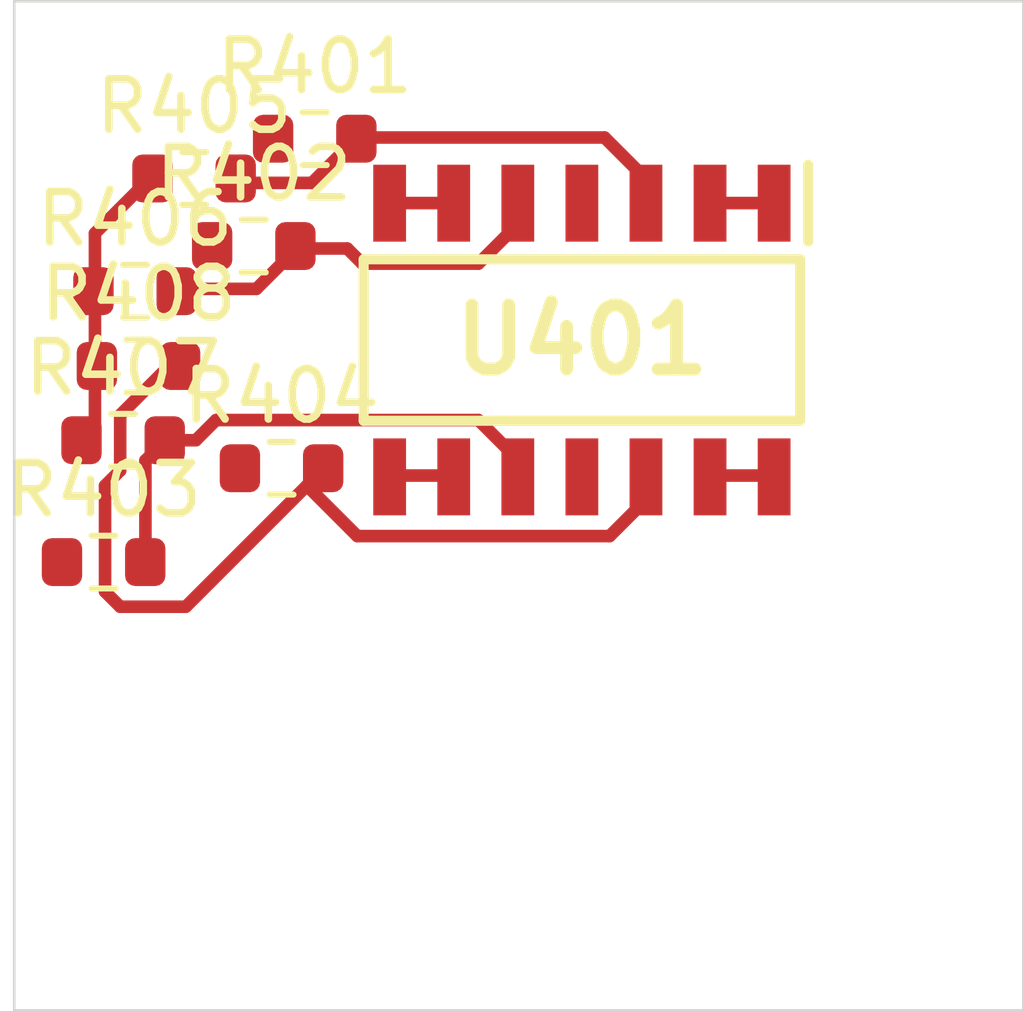
<source format=kicad_pcb>
 ( kicad_pcb  ( version 20171130 )
 ( host pcbnew 5.1.12-84ad8e8a86~92~ubuntu18.04.1 )
 ( general  ( thickness 1.6 )
 ( drawings 4 )
 ( tracks 0 )
 ( zones 0 )
 ( modules 9 )
 ( nets 14 )
)
 ( page A4 )
 ( layers  ( 0 F.Cu signal )
 ( 31 B.Cu signal )
 ( 32 B.Adhes user )
 ( 33 F.Adhes user )
 ( 34 B.Paste user )
 ( 35 F.Paste user )
 ( 36 B.SilkS user )
 ( 37 F.SilkS user )
 ( 38 B.Mask user )
 ( 39 F.Mask user )
 ( 40 Dwgs.User user )
 ( 41 Cmts.User user )
 ( 42 Eco1.User user )
 ( 43 Eco2.User user )
 ( 44 Edge.Cuts user )
 ( 45 Margin user )
 ( 46 B.CrtYd user )
 ( 47 F.CrtYd user )
 ( 48 B.Fab user )
 ( 49 F.Fab user )
)
 ( setup  ( last_trace_width 0.25 )
 ( trace_clearance 0.2 )
 ( zone_clearance 0.508 )
 ( zone_45_only no )
 ( trace_min 0.2 )
 ( via_size 0.8 )
 ( via_drill 0.4 )
 ( via_min_size 0.4 )
 ( via_min_drill 0.3 )
 ( uvia_size 0.3 )
 ( uvia_drill 0.1 )
 ( uvias_allowed no )
 ( uvia_min_size 0.2 )
 ( uvia_min_drill 0.1 )
 ( edge_width 0.05 )
 ( segment_width 0.2 )
 ( pcb_text_width 0.3 )
 ( pcb_text_size 1.5 1.5 )
 ( mod_edge_width 0.12 )
 ( mod_text_size 1 1 )
 ( mod_text_width 0.15 )
 ( pad_size 1.524 1.524 )
 ( pad_drill 0.762 )
 ( pad_to_mask_clearance 0 )
 ( aux_axis_origin 0 0 )
 ( visible_elements FFFFFF7F )
 ( pcbplotparams  ( layerselection 0x010fc_ffffffff )
 ( usegerberextensions false )
 ( usegerberattributes true )
 ( usegerberadvancedattributes true )
 ( creategerberjobfile true )
 ( excludeedgelayer true )
 ( linewidth 0.100000 )
 ( plotframeref false )
 ( viasonmask false )
 ( mode 1 )
 ( useauxorigin false )
 ( hpglpennumber 1 )
 ( hpglpenspeed 20 )
 ( hpglpendiameter 15.000000 )
 ( psnegative false )
 ( psa4output false )
 ( plotreference true )
 ( plotvalue true )
 ( plotinvisibletext false )
 ( padsonsilk false )
 ( subtractmaskfromsilk false )
 ( outputformat 1 )
 ( mirror false )
 ( drillshape 1 )
 ( scaleselection 1 )
 ( outputdirectory "" )
)
)
 ( net 0 "" )
 ( net 1 /Sheet6235D886/vp )
 ( net 2 /Sheet6248AD22/chn0 )
 ( net 3 /Sheet6248AD22/chn1 )
 ( net 4 /Sheet6248AD22/chn2 )
 ( net 5 /Sheet6248AD22/chn3 )
 ( net 6 "Net-(R401-Pad2)" )
 ( net 7 "Net-(R402-Pad2)" )
 ( net 8 "Net-(R403-Pad2)" )
 ( net 9 "Net-(R404-Pad2)" )
 ( net 10 /Sheet6248AD22/chn0_n )
 ( net 11 /Sheet6248AD22/chn1_n )
 ( net 12 /Sheet6248AD22/chn2_n )
 ( net 13 /Sheet6248AD22/chn3_n )
 ( net_class Default "This is the default net class."  ( clearance 0.2 )
 ( trace_width 0.25 )
 ( via_dia 0.8 )
 ( via_drill 0.4 )
 ( uvia_dia 0.3 )
 ( uvia_drill 0.1 )
 ( add_net /Sheet6235D886/vp )
 ( add_net /Sheet6248AD22/chn0 )
 ( add_net /Sheet6248AD22/chn0_n )
 ( add_net /Sheet6248AD22/chn1 )
 ( add_net /Sheet6248AD22/chn1_n )
 ( add_net /Sheet6248AD22/chn2 )
 ( add_net /Sheet6248AD22/chn2_n )
 ( add_net /Sheet6248AD22/chn3 )
 ( add_net /Sheet6248AD22/chn3_n )
 ( add_net "Net-(R401-Pad2)" )
 ( add_net "Net-(R402-Pad2)" )
 ( add_net "Net-(R403-Pad2)" )
 ( add_net "Net-(R404-Pad2)" )
)
 ( module Resistor_SMD:R_0603_1608Metric  ( layer F.Cu )
 ( tedit 5F68FEEE )
 ( tstamp 623425C8 )
 ( at 85.955900 102.724000 )
 ( descr "Resistor SMD 0603 (1608 Metric), square (rectangular) end terminal, IPC_7351 nominal, (Body size source: IPC-SM-782 page 72, https://www.pcb-3d.com/wordpress/wp-content/uploads/ipc-sm-782a_amendment_1_and_2.pdf), generated with kicad-footprint-generator" )
 ( tags resistor )
 ( path /6248AD23/6249ADFD )
 ( attr smd )
 ( fp_text reference R401  ( at 0 -1.43 )
 ( layer F.SilkS )
 ( effects  ( font  ( size 1 1 )
 ( thickness 0.15 )
)
)
)
 ( fp_text value 10M  ( at 0 1.43 )
 ( layer F.Fab )
 ( effects  ( font  ( size 1 1 )
 ( thickness 0.15 )
)
)
)
 ( fp_line  ( start -0.8 0.4125 )
 ( end -0.8 -0.4125 )
 ( layer F.Fab )
 ( width 0.1 )
)
 ( fp_line  ( start -0.8 -0.4125 )
 ( end 0.8 -0.4125 )
 ( layer F.Fab )
 ( width 0.1 )
)
 ( fp_line  ( start 0.8 -0.4125 )
 ( end 0.8 0.4125 )
 ( layer F.Fab )
 ( width 0.1 )
)
 ( fp_line  ( start 0.8 0.4125 )
 ( end -0.8 0.4125 )
 ( layer F.Fab )
 ( width 0.1 )
)
 ( fp_line  ( start -0.237258 -0.5225 )
 ( end 0.237258 -0.5225 )
 ( layer F.SilkS )
 ( width 0.12 )
)
 ( fp_line  ( start -0.237258 0.5225 )
 ( end 0.237258 0.5225 )
 ( layer F.SilkS )
 ( width 0.12 )
)
 ( fp_line  ( start -1.48 0.73 )
 ( end -1.48 -0.73 )
 ( layer F.CrtYd )
 ( width 0.05 )
)
 ( fp_line  ( start -1.48 -0.73 )
 ( end 1.48 -0.73 )
 ( layer F.CrtYd )
 ( width 0.05 )
)
 ( fp_line  ( start 1.48 -0.73 )
 ( end 1.48 0.73 )
 ( layer F.CrtYd )
 ( width 0.05 )
)
 ( fp_line  ( start 1.48 0.73 )
 ( end -1.48 0.73 )
 ( layer F.CrtYd )
 ( width 0.05 )
)
 ( fp_text user %R  ( at 0 0 )
 ( layer F.Fab )
 ( effects  ( font  ( size 0.4 0.4 )
 ( thickness 0.06 )
)
)
)
 ( pad 2 smd roundrect  ( at 0.825 0 )
 ( size 0.8 0.95 )
 ( layers F.Cu F.Mask F.Paste )
 ( roundrect_rratio 0.25 )
 ( net 6 "Net-(R401-Pad2)" )
)
 ( pad 1 smd roundrect  ( at -0.825 0 )
 ( size 0.8 0.95 )
 ( layers F.Cu F.Mask F.Paste )
 ( roundrect_rratio 0.25 )
 ( net 10 /Sheet6248AD22/chn0_n )
)
 ( model ${KISYS3DMOD}/Resistor_SMD.3dshapes/R_0603_1608Metric.wrl  ( at  ( xyz 0 0 0 )
)
 ( scale  ( xyz 1 1 1 )
)
 ( rotate  ( xyz 0 0 0 )
)
)
)
 ( module Resistor_SMD:R_0603_1608Metric  ( layer F.Cu )
 ( tedit 5F68FEEE )
 ( tstamp 623425D9 )
 ( at 84.747800 104.851000 )
 ( descr "Resistor SMD 0603 (1608 Metric), square (rectangular) end terminal, IPC_7351 nominal, (Body size source: IPC-SM-782 page 72, https://www.pcb-3d.com/wordpress/wp-content/uploads/ipc-sm-782a_amendment_1_and_2.pdf), generated with kicad-footprint-generator" )
 ( tags resistor )
 ( path /6248AD23/6249B75E )
 ( attr smd )
 ( fp_text reference R402  ( at 0 -1.43 )
 ( layer F.SilkS )
 ( effects  ( font  ( size 1 1 )
 ( thickness 0.15 )
)
)
)
 ( fp_text value 10M  ( at 0 1.43 )
 ( layer F.Fab )
 ( effects  ( font  ( size 1 1 )
 ( thickness 0.15 )
)
)
)
 ( fp_line  ( start 1.48 0.73 )
 ( end -1.48 0.73 )
 ( layer F.CrtYd )
 ( width 0.05 )
)
 ( fp_line  ( start 1.48 -0.73 )
 ( end 1.48 0.73 )
 ( layer F.CrtYd )
 ( width 0.05 )
)
 ( fp_line  ( start -1.48 -0.73 )
 ( end 1.48 -0.73 )
 ( layer F.CrtYd )
 ( width 0.05 )
)
 ( fp_line  ( start -1.48 0.73 )
 ( end -1.48 -0.73 )
 ( layer F.CrtYd )
 ( width 0.05 )
)
 ( fp_line  ( start -0.237258 0.5225 )
 ( end 0.237258 0.5225 )
 ( layer F.SilkS )
 ( width 0.12 )
)
 ( fp_line  ( start -0.237258 -0.5225 )
 ( end 0.237258 -0.5225 )
 ( layer F.SilkS )
 ( width 0.12 )
)
 ( fp_line  ( start 0.8 0.4125 )
 ( end -0.8 0.4125 )
 ( layer F.Fab )
 ( width 0.1 )
)
 ( fp_line  ( start 0.8 -0.4125 )
 ( end 0.8 0.4125 )
 ( layer F.Fab )
 ( width 0.1 )
)
 ( fp_line  ( start -0.8 -0.4125 )
 ( end 0.8 -0.4125 )
 ( layer F.Fab )
 ( width 0.1 )
)
 ( fp_line  ( start -0.8 0.4125 )
 ( end -0.8 -0.4125 )
 ( layer F.Fab )
 ( width 0.1 )
)
 ( fp_text user %R  ( at 0 0 )
 ( layer F.Fab )
 ( effects  ( font  ( size 0.4 0.4 )
 ( thickness 0.06 )
)
)
)
 ( pad 1 smd roundrect  ( at -0.825 0 )
 ( size 0.8 0.95 )
 ( layers F.Cu F.Mask F.Paste )
 ( roundrect_rratio 0.25 )
 ( net 11 /Sheet6248AD22/chn1_n )
)
 ( pad 2 smd roundrect  ( at 0.825 0 )
 ( size 0.8 0.95 )
 ( layers F.Cu F.Mask F.Paste )
 ( roundrect_rratio 0.25 )
 ( net 7 "Net-(R402-Pad2)" )
)
 ( model ${KISYS3DMOD}/Resistor_SMD.3dshapes/R_0603_1608Metric.wrl  ( at  ( xyz 0 0 0 )
)
 ( scale  ( xyz 1 1 1 )
)
 ( rotate  ( xyz 0 0 0 )
)
)
)
 ( module Resistor_SMD:R_0603_1608Metric  ( layer F.Cu )
 ( tedit 5F68FEEE )
 ( tstamp 623425EA )
 ( at 81.771700 111.115000 )
 ( descr "Resistor SMD 0603 (1608 Metric), square (rectangular) end terminal, IPC_7351 nominal, (Body size source: IPC-SM-782 page 72, https://www.pcb-3d.com/wordpress/wp-content/uploads/ipc-sm-782a_amendment_1_and_2.pdf), generated with kicad-footprint-generator" )
 ( tags resistor )
 ( path /6248AD23/6249FB7A )
 ( attr smd )
 ( fp_text reference R403  ( at 0 -1.43 )
 ( layer F.SilkS )
 ( effects  ( font  ( size 1 1 )
 ( thickness 0.15 )
)
)
)
 ( fp_text value 10M  ( at 0 1.43 )
 ( layer F.Fab )
 ( effects  ( font  ( size 1 1 )
 ( thickness 0.15 )
)
)
)
 ( fp_line  ( start 1.48 0.73 )
 ( end -1.48 0.73 )
 ( layer F.CrtYd )
 ( width 0.05 )
)
 ( fp_line  ( start 1.48 -0.73 )
 ( end 1.48 0.73 )
 ( layer F.CrtYd )
 ( width 0.05 )
)
 ( fp_line  ( start -1.48 -0.73 )
 ( end 1.48 -0.73 )
 ( layer F.CrtYd )
 ( width 0.05 )
)
 ( fp_line  ( start -1.48 0.73 )
 ( end -1.48 -0.73 )
 ( layer F.CrtYd )
 ( width 0.05 )
)
 ( fp_line  ( start -0.237258 0.5225 )
 ( end 0.237258 0.5225 )
 ( layer F.SilkS )
 ( width 0.12 )
)
 ( fp_line  ( start -0.237258 -0.5225 )
 ( end 0.237258 -0.5225 )
 ( layer F.SilkS )
 ( width 0.12 )
)
 ( fp_line  ( start 0.8 0.4125 )
 ( end -0.8 0.4125 )
 ( layer F.Fab )
 ( width 0.1 )
)
 ( fp_line  ( start 0.8 -0.4125 )
 ( end 0.8 0.4125 )
 ( layer F.Fab )
 ( width 0.1 )
)
 ( fp_line  ( start -0.8 -0.4125 )
 ( end 0.8 -0.4125 )
 ( layer F.Fab )
 ( width 0.1 )
)
 ( fp_line  ( start -0.8 0.4125 )
 ( end -0.8 -0.4125 )
 ( layer F.Fab )
 ( width 0.1 )
)
 ( fp_text user %R  ( at 0 0 )
 ( layer F.Fab )
 ( effects  ( font  ( size 0.4 0.4 )
 ( thickness 0.06 )
)
)
)
 ( pad 1 smd roundrect  ( at -0.825 0 )
 ( size 0.8 0.95 )
 ( layers F.Cu F.Mask F.Paste )
 ( roundrect_rratio 0.25 )
 ( net 12 /Sheet6248AD22/chn2_n )
)
 ( pad 2 smd roundrect  ( at 0.825 0 )
 ( size 0.8 0.95 )
 ( layers F.Cu F.Mask F.Paste )
 ( roundrect_rratio 0.25 )
 ( net 8 "Net-(R403-Pad2)" )
)
 ( model ${KISYS3DMOD}/Resistor_SMD.3dshapes/R_0603_1608Metric.wrl  ( at  ( xyz 0 0 0 )
)
 ( scale  ( xyz 1 1 1 )
)
 ( rotate  ( xyz 0 0 0 )
)
)
)
 ( module Resistor_SMD:R_0603_1608Metric  ( layer F.Cu )
 ( tedit 5F68FEEE )
 ( tstamp 623425FB )
 ( at 85.298100 109.255000 )
 ( descr "Resistor SMD 0603 (1608 Metric), square (rectangular) end terminal, IPC_7351 nominal, (Body size source: IPC-SM-782 page 72, https://www.pcb-3d.com/wordpress/wp-content/uploads/ipc-sm-782a_amendment_1_and_2.pdf), generated with kicad-footprint-generator" )
 ( tags resistor )
 ( path /6248AD23/6249FB74 )
 ( attr smd )
 ( fp_text reference R404  ( at 0 -1.43 )
 ( layer F.SilkS )
 ( effects  ( font  ( size 1 1 )
 ( thickness 0.15 )
)
)
)
 ( fp_text value 10M  ( at 0 1.43 )
 ( layer F.Fab )
 ( effects  ( font  ( size 1 1 )
 ( thickness 0.15 )
)
)
)
 ( fp_line  ( start -0.8 0.4125 )
 ( end -0.8 -0.4125 )
 ( layer F.Fab )
 ( width 0.1 )
)
 ( fp_line  ( start -0.8 -0.4125 )
 ( end 0.8 -0.4125 )
 ( layer F.Fab )
 ( width 0.1 )
)
 ( fp_line  ( start 0.8 -0.4125 )
 ( end 0.8 0.4125 )
 ( layer F.Fab )
 ( width 0.1 )
)
 ( fp_line  ( start 0.8 0.4125 )
 ( end -0.8 0.4125 )
 ( layer F.Fab )
 ( width 0.1 )
)
 ( fp_line  ( start -0.237258 -0.5225 )
 ( end 0.237258 -0.5225 )
 ( layer F.SilkS )
 ( width 0.12 )
)
 ( fp_line  ( start -0.237258 0.5225 )
 ( end 0.237258 0.5225 )
 ( layer F.SilkS )
 ( width 0.12 )
)
 ( fp_line  ( start -1.48 0.73 )
 ( end -1.48 -0.73 )
 ( layer F.CrtYd )
 ( width 0.05 )
)
 ( fp_line  ( start -1.48 -0.73 )
 ( end 1.48 -0.73 )
 ( layer F.CrtYd )
 ( width 0.05 )
)
 ( fp_line  ( start 1.48 -0.73 )
 ( end 1.48 0.73 )
 ( layer F.CrtYd )
 ( width 0.05 )
)
 ( fp_line  ( start 1.48 0.73 )
 ( end -1.48 0.73 )
 ( layer F.CrtYd )
 ( width 0.05 )
)
 ( fp_text user %R  ( at 0 0 )
 ( layer F.Fab )
 ( effects  ( font  ( size 0.4 0.4 )
 ( thickness 0.06 )
)
)
)
 ( pad 2 smd roundrect  ( at 0.825 0 )
 ( size 0.8 0.95 )
 ( layers F.Cu F.Mask F.Paste )
 ( roundrect_rratio 0.25 )
 ( net 9 "Net-(R404-Pad2)" )
)
 ( pad 1 smd roundrect  ( at -0.825 0 )
 ( size 0.8 0.95 )
 ( layers F.Cu F.Mask F.Paste )
 ( roundrect_rratio 0.25 )
 ( net 13 /Sheet6248AD22/chn3_n )
)
 ( model ${KISYS3DMOD}/Resistor_SMD.3dshapes/R_0603_1608Metric.wrl  ( at  ( xyz 0 0 0 )
)
 ( scale  ( xyz 1 1 1 )
)
 ( rotate  ( xyz 0 0 0 )
)
)
)
 ( module Resistor_SMD:R_0603_1608Metric  ( layer F.Cu )
 ( tedit 5F68FEEE )
 ( tstamp 6234260C )
 ( at 83.564600 103.512000 )
 ( descr "Resistor SMD 0603 (1608 Metric), square (rectangular) end terminal, IPC_7351 nominal, (Body size source: IPC-SM-782 page 72, https://www.pcb-3d.com/wordpress/wp-content/uploads/ipc-sm-782a_amendment_1_and_2.pdf), generated with kicad-footprint-generator" )
 ( tags resistor )
 ( path /6248AD23/62497F62 )
 ( attr smd )
 ( fp_text reference R405  ( at 0 -1.43 )
 ( layer F.SilkS )
 ( effects  ( font  ( size 1 1 )
 ( thickness 0.15 )
)
)
)
 ( fp_text value 750k  ( at 0 1.43 )
 ( layer F.Fab )
 ( effects  ( font  ( size 1 1 )
 ( thickness 0.15 )
)
)
)
 ( fp_line  ( start -0.8 0.4125 )
 ( end -0.8 -0.4125 )
 ( layer F.Fab )
 ( width 0.1 )
)
 ( fp_line  ( start -0.8 -0.4125 )
 ( end 0.8 -0.4125 )
 ( layer F.Fab )
 ( width 0.1 )
)
 ( fp_line  ( start 0.8 -0.4125 )
 ( end 0.8 0.4125 )
 ( layer F.Fab )
 ( width 0.1 )
)
 ( fp_line  ( start 0.8 0.4125 )
 ( end -0.8 0.4125 )
 ( layer F.Fab )
 ( width 0.1 )
)
 ( fp_line  ( start -0.237258 -0.5225 )
 ( end 0.237258 -0.5225 )
 ( layer F.SilkS )
 ( width 0.12 )
)
 ( fp_line  ( start -0.237258 0.5225 )
 ( end 0.237258 0.5225 )
 ( layer F.SilkS )
 ( width 0.12 )
)
 ( fp_line  ( start -1.48 0.73 )
 ( end -1.48 -0.73 )
 ( layer F.CrtYd )
 ( width 0.05 )
)
 ( fp_line  ( start -1.48 -0.73 )
 ( end 1.48 -0.73 )
 ( layer F.CrtYd )
 ( width 0.05 )
)
 ( fp_line  ( start 1.48 -0.73 )
 ( end 1.48 0.73 )
 ( layer F.CrtYd )
 ( width 0.05 )
)
 ( fp_line  ( start 1.48 0.73 )
 ( end -1.48 0.73 )
 ( layer F.CrtYd )
 ( width 0.05 )
)
 ( fp_text user %R  ( at 0 0 )
 ( layer F.Fab )
 ( effects  ( font  ( size 0.4 0.4 )
 ( thickness 0.06 )
)
)
)
 ( pad 2 smd roundrect  ( at 0.825 0 )
 ( size 0.8 0.95 )
 ( layers F.Cu F.Mask F.Paste )
 ( roundrect_rratio 0.25 )
 ( net 6 "Net-(R401-Pad2)" )
)
 ( pad 1 smd roundrect  ( at -0.825 0 )
 ( size 0.8 0.95 )
 ( layers F.Cu F.Mask F.Paste )
 ( roundrect_rratio 0.25 )
 ( net 1 /Sheet6235D886/vp )
)
 ( model ${KISYS3DMOD}/Resistor_SMD.3dshapes/R_0603_1608Metric.wrl  ( at  ( xyz 0 0 0 )
)
 ( scale  ( xyz 1 1 1 )
)
 ( rotate  ( xyz 0 0 0 )
)
)
)
 ( module Resistor_SMD:R_0603_1608Metric  ( layer F.Cu )
 ( tedit 5F68FEEE )
 ( tstamp 6234261D )
 ( at 82.395200 105.746000 )
 ( descr "Resistor SMD 0603 (1608 Metric), square (rectangular) end terminal, IPC_7351 nominal, (Body size source: IPC-SM-782 page 72, https://www.pcb-3d.com/wordpress/wp-content/uploads/ipc-sm-782a_amendment_1_and_2.pdf), generated with kicad-footprint-generator" )
 ( tags resistor )
 ( path /6248AD23/62499098 )
 ( attr smd )
 ( fp_text reference R406  ( at 0 -1.43 )
 ( layer F.SilkS )
 ( effects  ( font  ( size 1 1 )
 ( thickness 0.15 )
)
)
)
 ( fp_text value 750k  ( at 0 1.43 )
 ( layer F.Fab )
 ( effects  ( font  ( size 1 1 )
 ( thickness 0.15 )
)
)
)
 ( fp_line  ( start 1.48 0.73 )
 ( end -1.48 0.73 )
 ( layer F.CrtYd )
 ( width 0.05 )
)
 ( fp_line  ( start 1.48 -0.73 )
 ( end 1.48 0.73 )
 ( layer F.CrtYd )
 ( width 0.05 )
)
 ( fp_line  ( start -1.48 -0.73 )
 ( end 1.48 -0.73 )
 ( layer F.CrtYd )
 ( width 0.05 )
)
 ( fp_line  ( start -1.48 0.73 )
 ( end -1.48 -0.73 )
 ( layer F.CrtYd )
 ( width 0.05 )
)
 ( fp_line  ( start -0.237258 0.5225 )
 ( end 0.237258 0.5225 )
 ( layer F.SilkS )
 ( width 0.12 )
)
 ( fp_line  ( start -0.237258 -0.5225 )
 ( end 0.237258 -0.5225 )
 ( layer F.SilkS )
 ( width 0.12 )
)
 ( fp_line  ( start 0.8 0.4125 )
 ( end -0.8 0.4125 )
 ( layer F.Fab )
 ( width 0.1 )
)
 ( fp_line  ( start 0.8 -0.4125 )
 ( end 0.8 0.4125 )
 ( layer F.Fab )
 ( width 0.1 )
)
 ( fp_line  ( start -0.8 -0.4125 )
 ( end 0.8 -0.4125 )
 ( layer F.Fab )
 ( width 0.1 )
)
 ( fp_line  ( start -0.8 0.4125 )
 ( end -0.8 -0.4125 )
 ( layer F.Fab )
 ( width 0.1 )
)
 ( fp_text user %R  ( at 0 0 )
 ( layer F.Fab )
 ( effects  ( font  ( size 0.4 0.4 )
 ( thickness 0.06 )
)
)
)
 ( pad 1 smd roundrect  ( at -0.825 0 )
 ( size 0.8 0.95 )
 ( layers F.Cu F.Mask F.Paste )
 ( roundrect_rratio 0.25 )
 ( net 1 /Sheet6235D886/vp )
)
 ( pad 2 smd roundrect  ( at 0.825 0 )
 ( size 0.8 0.95 )
 ( layers F.Cu F.Mask F.Paste )
 ( roundrect_rratio 0.25 )
 ( net 7 "Net-(R402-Pad2)" )
)
 ( model ${KISYS3DMOD}/Resistor_SMD.3dshapes/R_0603_1608Metric.wrl  ( at  ( xyz 0 0 0 )
)
 ( scale  ( xyz 1 1 1 )
)
 ( rotate  ( xyz 0 0 0 )
)
)
)
 ( module Resistor_SMD:R_0603_1608Metric  ( layer F.Cu )
 ( tedit 5F68FEEE )
 ( tstamp 6234262E )
 ( at 82.158300 108.700000 )
 ( descr "Resistor SMD 0603 (1608 Metric), square (rectangular) end terminal, IPC_7351 nominal, (Body size source: IPC-SM-782 page 72, https://www.pcb-3d.com/wordpress/wp-content/uploads/ipc-sm-782a_amendment_1_and_2.pdf), generated with kicad-footprint-generator" )
 ( tags resistor )
 ( path /6248AD23/624A0FFB )
 ( attr smd )
 ( fp_text reference R407  ( at 0 -1.43 )
 ( layer F.SilkS )
 ( effects  ( font  ( size 1 1 )
 ( thickness 0.15 )
)
)
)
 ( fp_text value 1.5M  ( at 0 1.43 )
 ( layer F.Fab )
 ( effects  ( font  ( size 1 1 )
 ( thickness 0.15 )
)
)
)
 ( fp_line  ( start 1.48 0.73 )
 ( end -1.48 0.73 )
 ( layer F.CrtYd )
 ( width 0.05 )
)
 ( fp_line  ( start 1.48 -0.73 )
 ( end 1.48 0.73 )
 ( layer F.CrtYd )
 ( width 0.05 )
)
 ( fp_line  ( start -1.48 -0.73 )
 ( end 1.48 -0.73 )
 ( layer F.CrtYd )
 ( width 0.05 )
)
 ( fp_line  ( start -1.48 0.73 )
 ( end -1.48 -0.73 )
 ( layer F.CrtYd )
 ( width 0.05 )
)
 ( fp_line  ( start -0.237258 0.5225 )
 ( end 0.237258 0.5225 )
 ( layer F.SilkS )
 ( width 0.12 )
)
 ( fp_line  ( start -0.237258 -0.5225 )
 ( end 0.237258 -0.5225 )
 ( layer F.SilkS )
 ( width 0.12 )
)
 ( fp_line  ( start 0.8 0.4125 )
 ( end -0.8 0.4125 )
 ( layer F.Fab )
 ( width 0.1 )
)
 ( fp_line  ( start 0.8 -0.4125 )
 ( end 0.8 0.4125 )
 ( layer F.Fab )
 ( width 0.1 )
)
 ( fp_line  ( start -0.8 -0.4125 )
 ( end 0.8 -0.4125 )
 ( layer F.Fab )
 ( width 0.1 )
)
 ( fp_line  ( start -0.8 0.4125 )
 ( end -0.8 -0.4125 )
 ( layer F.Fab )
 ( width 0.1 )
)
 ( fp_text user %R  ( at 0 0 )
 ( layer F.Fab )
 ( effects  ( font  ( size 0.4 0.4 )
 ( thickness 0.06 )
)
)
)
 ( pad 1 smd roundrect  ( at -0.825 0 )
 ( size 0.8 0.95 )
 ( layers F.Cu F.Mask F.Paste )
 ( roundrect_rratio 0.25 )
 ( net 1 /Sheet6235D886/vp )
)
 ( pad 2 smd roundrect  ( at 0.825 0 )
 ( size 0.8 0.95 )
 ( layers F.Cu F.Mask F.Paste )
 ( roundrect_rratio 0.25 )
 ( net 8 "Net-(R403-Pad2)" )
)
 ( model ${KISYS3DMOD}/Resistor_SMD.3dshapes/R_0603_1608Metric.wrl  ( at  ( xyz 0 0 0 )
)
 ( scale  ( xyz 1 1 1 )
)
 ( rotate  ( xyz 0 0 0 )
)
)
)
 ( module Resistor_SMD:R_0603_1608Metric  ( layer F.Cu )
 ( tedit 5F68FEEE )
 ( tstamp 6234263F )
 ( at 82.463400 107.229000 )
 ( descr "Resistor SMD 0603 (1608 Metric), square (rectangular) end terminal, IPC_7351 nominal, (Body size source: IPC-SM-782 page 72, https://www.pcb-3d.com/wordpress/wp-content/uploads/ipc-sm-782a_amendment_1_and_2.pdf), generated with kicad-footprint-generator" )
 ( tags resistor )
 ( path /6248AD23/624A093C )
 ( attr smd )
 ( fp_text reference R408  ( at 0 -1.43 )
 ( layer F.SilkS )
 ( effects  ( font  ( size 1 1 )
 ( thickness 0.15 )
)
)
)
 ( fp_text value 1.5M  ( at 0 1.43 )
 ( layer F.Fab )
 ( effects  ( font  ( size 1 1 )
 ( thickness 0.15 )
)
)
)
 ( fp_line  ( start -0.8 0.4125 )
 ( end -0.8 -0.4125 )
 ( layer F.Fab )
 ( width 0.1 )
)
 ( fp_line  ( start -0.8 -0.4125 )
 ( end 0.8 -0.4125 )
 ( layer F.Fab )
 ( width 0.1 )
)
 ( fp_line  ( start 0.8 -0.4125 )
 ( end 0.8 0.4125 )
 ( layer F.Fab )
 ( width 0.1 )
)
 ( fp_line  ( start 0.8 0.4125 )
 ( end -0.8 0.4125 )
 ( layer F.Fab )
 ( width 0.1 )
)
 ( fp_line  ( start -0.237258 -0.5225 )
 ( end 0.237258 -0.5225 )
 ( layer F.SilkS )
 ( width 0.12 )
)
 ( fp_line  ( start -0.237258 0.5225 )
 ( end 0.237258 0.5225 )
 ( layer F.SilkS )
 ( width 0.12 )
)
 ( fp_line  ( start -1.48 0.73 )
 ( end -1.48 -0.73 )
 ( layer F.CrtYd )
 ( width 0.05 )
)
 ( fp_line  ( start -1.48 -0.73 )
 ( end 1.48 -0.73 )
 ( layer F.CrtYd )
 ( width 0.05 )
)
 ( fp_line  ( start 1.48 -0.73 )
 ( end 1.48 0.73 )
 ( layer F.CrtYd )
 ( width 0.05 )
)
 ( fp_line  ( start 1.48 0.73 )
 ( end -1.48 0.73 )
 ( layer F.CrtYd )
 ( width 0.05 )
)
 ( fp_text user %R  ( at 0 0 )
 ( layer F.Fab )
 ( effects  ( font  ( size 0.4 0.4 )
 ( thickness 0.06 )
)
)
)
 ( pad 2 smd roundrect  ( at 0.825 0 )
 ( size 0.8 0.95 )
 ( layers F.Cu F.Mask F.Paste )
 ( roundrect_rratio 0.25 )
 ( net 9 "Net-(R404-Pad2)" )
)
 ( pad 1 smd roundrect  ( at -0.825 0 )
 ( size 0.8 0.95 )
 ( layers F.Cu F.Mask F.Paste )
 ( roundrect_rratio 0.25 )
 ( net 1 /Sheet6235D886/vp )
)
 ( model ${KISYS3DMOD}/Resistor_SMD.3dshapes/R_0603_1608Metric.wrl  ( at  ( xyz 0 0 0 )
)
 ( scale  ( xyz 1 1 1 )
)
 ( rotate  ( xyz 0 0 0 )
)
)
)
 ( module TL074HIDR:SOIC127P600X175-14N locked  ( layer F.Cu )
 ( tedit 62336F37 )
 ( tstamp 62342709 )
 ( at 91.250400 106.714000 270.000000 )
 ( descr "D (-R-PDSO-G14)" )
 ( tags "Integrated Circuit" )
 ( path /6248AD23/624976B2 )
 ( attr smd )
 ( fp_text reference U401  ( at 0 0 )
 ( layer F.SilkS )
 ( effects  ( font  ( size 1.27 1.27 )
 ( thickness 0.254 )
)
)
)
 ( fp_text value TL074  ( at 0 0 )
 ( layer F.SilkS )
hide  ( effects  ( font  ( size 1.27 1.27 )
 ( thickness 0.254 )
)
)
)
 ( fp_line  ( start -3.725 -4.625 )
 ( end 3.725 -4.625 )
 ( layer Dwgs.User )
 ( width 0.05 )
)
 ( fp_line  ( start 3.725 -4.625 )
 ( end 3.725 4.625 )
 ( layer Dwgs.User )
 ( width 0.05 )
)
 ( fp_line  ( start 3.725 4.625 )
 ( end -3.725 4.625 )
 ( layer Dwgs.User )
 ( width 0.05 )
)
 ( fp_line  ( start -3.725 4.625 )
 ( end -3.725 -4.625 )
 ( layer Dwgs.User )
 ( width 0.05 )
)
 ( fp_line  ( start -1.95 -4.325 )
 ( end 1.95 -4.325 )
 ( layer Dwgs.User )
 ( width 0.1 )
)
 ( fp_line  ( start 1.95 -4.325 )
 ( end 1.95 4.325 )
 ( layer Dwgs.User )
 ( width 0.1 )
)
 ( fp_line  ( start 1.95 4.325 )
 ( end -1.95 4.325 )
 ( layer Dwgs.User )
 ( width 0.1 )
)
 ( fp_line  ( start -1.95 4.325 )
 ( end -1.95 -4.325 )
 ( layer Dwgs.User )
 ( width 0.1 )
)
 ( fp_line  ( start -1.95 -3.055 )
 ( end -0.68 -4.325 )
 ( layer Dwgs.User )
 ( width 0.1 )
)
 ( fp_line  ( start -1.6 -4.325 )
 ( end 1.6 -4.325 )
 ( layer F.SilkS )
 ( width 0.2 )
)
 ( fp_line  ( start 1.6 -4.325 )
 ( end 1.6 4.325 )
 ( layer F.SilkS )
 ( width 0.2 )
)
 ( fp_line  ( start 1.6 4.325 )
 ( end -1.6 4.325 )
 ( layer F.SilkS )
 ( width 0.2 )
)
 ( fp_line  ( start -1.6 4.325 )
 ( end -1.6 -4.325 )
 ( layer F.SilkS )
 ( width 0.2 )
)
 ( fp_line  ( start -3.475 -4.485 )
 ( end -1.95 -4.485 )
 ( layer F.SilkS )
 ( width 0.2 )
)
 ( pad 1 smd rect  ( at -2.712 -3.81 )
 ( size 0.65 1.525 )
 ( layers F.Cu F.Mask F.Paste )
 ( net 2 /Sheet6248AD22/chn0 )
)
 ( pad 2 smd rect  ( at -2.712 -2.54 )
 ( size 0.65 1.525 )
 ( layers F.Cu F.Mask F.Paste )
 ( net 2 /Sheet6248AD22/chn0 )
)
 ( pad 3 smd rect  ( at -2.712 -1.27 )
 ( size 0.65 1.525 )
 ( layers F.Cu F.Mask F.Paste )
 ( net 6 "Net-(R401-Pad2)" )
)
 ( pad 4 smd rect  ( at -2.712 0 )
 ( size 0.65 1.525 )
 ( layers F.Cu F.Mask F.Paste )
)
 ( pad 5 smd rect  ( at -2.712 1.27 )
 ( size 0.65 1.525 )
 ( layers F.Cu F.Mask F.Paste )
 ( net 7 "Net-(R402-Pad2)" )
)
 ( pad 6 smd rect  ( at -2.712 2.54 )
 ( size 0.65 1.525 )
 ( layers F.Cu F.Mask F.Paste )
 ( net 3 /Sheet6248AD22/chn1 )
)
 ( pad 7 smd rect  ( at -2.712 3.81 )
 ( size 0.65 1.525 )
 ( layers F.Cu F.Mask F.Paste )
 ( net 3 /Sheet6248AD22/chn1 )
)
 ( pad 8 smd rect  ( at 2.712 3.81 )
 ( size 0.65 1.525 )
 ( layers F.Cu F.Mask F.Paste )
 ( net 4 /Sheet6248AD22/chn2 )
)
 ( pad 9 smd rect  ( at 2.712 2.54 )
 ( size 0.65 1.525 )
 ( layers F.Cu F.Mask F.Paste )
 ( net 4 /Sheet6248AD22/chn2 )
)
 ( pad 10 smd rect  ( at 2.712 1.27 )
 ( size 0.65 1.525 )
 ( layers F.Cu F.Mask F.Paste )
 ( net 8 "Net-(R403-Pad2)" )
)
 ( pad 11 smd rect  ( at 2.712 0 )
 ( size 0.65 1.525 )
 ( layers F.Cu F.Mask F.Paste )
)
 ( pad 12 smd rect  ( at 2.712 -1.27 )
 ( size 0.65 1.525 )
 ( layers F.Cu F.Mask F.Paste )
 ( net 9 "Net-(R404-Pad2)" )
)
 ( pad 13 smd rect  ( at 2.712 -2.54 )
 ( size 0.65 1.525 )
 ( layers F.Cu F.Mask F.Paste )
 ( net 5 /Sheet6248AD22/chn3 )
)
 ( pad 14 smd rect  ( at 2.712 -3.81 )
 ( size 0.65 1.525 )
 ( layers F.Cu F.Mask F.Paste )
 ( net 5 /Sheet6248AD22/chn3 )
)
)
 ( gr_line  ( start 100 100 )
 ( end 100 120 )
 ( layer Edge.Cuts )
 ( width 0.05 )
 ( tstamp 62E76D2A )
)
 ( gr_line  ( start 80 120 )
 ( end 100 120 )
 ( layer Edge.Cuts )
 ( width 0.05 )
 ( tstamp 62E76D27 )
)
 ( gr_line  ( start 80 100 )
 ( end 80 120 )
 ( layer Edge.Cuts )
 ( width 0.05 )
 ( tstamp 6234110C )
)
 ( gr_line  ( start 80 100 )
 ( end 100 100 )
 ( layer Edge.Cuts )
 ( width 0.05 )
)
 ( segment  ( start 81.600001 105.700002 )
 ( end 81.600001 104.600002 )
 ( width 0.250000 )
 ( layer F.Cu )
 ( net 1 )
)
 ( segment  ( start 81.600001 104.600002 )
 ( end 82.700001 103.500002 )
 ( width 0.250000 )
 ( layer F.Cu )
 ( net 1 )
)
 ( segment  ( start 81.300001 108.700002 )
 ( end 81.600001 108.400002 )
 ( width 0.250000 )
 ( layer F.Cu )
 ( net 1 )
)
 ( segment  ( start 81.600001 108.400002 )
 ( end 81.600001 105.700002 )
 ( width 0.250000 )
 ( layer F.Cu )
 ( net 1 )
)
 ( segment  ( start 93.800001 104.000002 )
 ( end 95.100001 104.000002 )
 ( width 0.250000 )
 ( layer F.Cu )
 ( net 2 )
)
 ( segment  ( start 87.400001 104.000002 )
 ( end 88.700001 104.000002 )
 ( width 0.250000 )
 ( layer F.Cu )
 ( net 3 )
)
 ( segment  ( start 88.700001 109.400002 )
 ( end 87.400001 109.400002 )
 ( width 0.250000 )
 ( layer F.Cu )
 ( net 4 )
)
 ( segment  ( start 95.100001 109.400002 )
 ( end 93.800001 109.400002 )
 ( width 0.250000 )
 ( layer F.Cu )
 ( net 5 )
)
 ( segment  ( start 84.400001 103.500002 )
 ( end 84.500001 103.600002 )
 ( width 0.250000 )
 ( layer F.Cu )
 ( net 6 )
)
 ( segment  ( start 84.500001 103.600002 )
 ( end 85.900001 103.600002 )
 ( width 0.250000 )
 ( layer F.Cu )
 ( net 6 )
)
 ( segment  ( start 85.900001 103.600002 )
 ( end 86.800001 102.700002 )
 ( width 0.250000 )
 ( layer F.Cu )
 ( net 6 )
)
 ( segment  ( start 92.500001 104.000002 )
 ( end 92.500001 103.500002 )
 ( width 0.250000 )
 ( layer F.Cu )
 ( net 6 )
)
 ( segment  ( start 92.500001 103.500002 )
 ( end 91.700001 102.700002 )
 ( width 0.250000 )
 ( layer F.Cu )
 ( net 6 )
)
 ( segment  ( start 91.700001 102.700002 )
 ( end 86.800001 102.700002 )
 ( width 0.250000 )
 ( layer F.Cu )
 ( net 6 )
)
 ( segment  ( start 83.200001 105.700002 )
 ( end 84.800001 105.700002 )
 ( width 0.250000 )
 ( layer F.Cu )
 ( net 7 )
)
 ( segment  ( start 84.800001 105.700002 )
 ( end 85.600001 104.900002 )
 ( width 0.250000 )
 ( layer F.Cu )
 ( net 7 )
)
 ( segment  ( start 90.000001 104.000002 )
 ( end 90.000001 104.400002 )
 ( width 0.250000 )
 ( layer F.Cu )
 ( net 7 )
)
 ( segment  ( start 90.000001 104.400002 )
 ( end 89.200001 105.200002 )
 ( width 0.250000 )
 ( layer F.Cu )
 ( net 7 )
)
 ( segment  ( start 89.200001 105.200002 )
 ( end 86.900001 105.200002 )
 ( width 0.250000 )
 ( layer F.Cu )
 ( net 7 )
)
 ( segment  ( start 86.900001 105.200002 )
 ( end 86.600001 104.900002 )
 ( width 0.250000 )
 ( layer F.Cu )
 ( net 7 )
)
 ( segment  ( start 86.600001 104.900002 )
 ( end 85.600001 104.900002 )
 ( width 0.250000 )
 ( layer F.Cu )
 ( net 7 )
)
 ( segment  ( start 83.000001 108.700002 )
 ( end 82.600001 109.100002 )
 ( width 0.250000 )
 ( layer F.Cu )
 ( net 8 )
)
 ( segment  ( start 82.600001 109.100002 )
 ( end 82.600001 111.100002 )
 ( width 0.250000 )
 ( layer F.Cu )
 ( net 8 )
)
 ( segment  ( start 90.000001 109.400002 )
 ( end 90.000001 109.100002 )
 ( width 0.250000 )
 ( layer F.Cu )
 ( net 8 )
)
 ( segment  ( start 90.000001 109.100002 )
 ( end 89.200001 108.300002 )
 ( width 0.250000 )
 ( layer F.Cu )
 ( net 8 )
)
 ( segment  ( start 89.200001 108.300002 )
 ( end 84.000001 108.300002 )
 ( width 0.250000 )
 ( layer F.Cu )
 ( net 8 )
)
 ( segment  ( start 84.000001 108.300002 )
 ( end 83.600001 108.700002 )
 ( width 0.250000 )
 ( layer F.Cu )
 ( net 8 )
)
 ( segment  ( start 83.600001 108.700002 )
 ( end 83.000001 108.700002 )
 ( width 0.250000 )
 ( layer F.Cu )
 ( net 8 )
)
 ( segment  ( start 83.300001 107.200002 )
 ( end 83.100001 107.200002 )
 ( width 0.250000 )
 ( layer F.Cu )
 ( net 9 )
)
 ( segment  ( start 83.100001 107.200002 )
 ( end 82.100001 108.200002 )
 ( width 0.250000 )
 ( layer F.Cu )
 ( net 9 )
)
 ( segment  ( start 82.100001 108.200002 )
 ( end 82.100001 109.300002 )
 ( width 0.250000 )
 ( layer F.Cu )
 ( net 9 )
)
 ( segment  ( start 82.100001 109.300002 )
 ( end 81.800001 109.600002 )
 ( width 0.250000 )
 ( layer F.Cu )
 ( net 9 )
)
 ( segment  ( start 81.800001 109.600002 )
 ( end 81.800001 111.700002 )
 ( width 0.250000 )
 ( layer F.Cu )
 ( net 9 )
)
 ( segment  ( start 81.800001 111.700002 )
 ( end 82.100001 112.000002 )
 ( width 0.250000 )
 ( layer F.Cu )
 ( net 9 )
)
 ( segment  ( start 82.100001 112.000002 )
 ( end 83.400001 112.000002 )
 ( width 0.250000 )
 ( layer F.Cu )
 ( net 9 )
)
 ( segment  ( start 83.400001 112.000002 )
 ( end 86.100001 109.300002 )
 ( width 0.250000 )
 ( layer F.Cu )
 ( net 9 )
)
 ( segment  ( start 92.500001 109.400002 )
 ( end 92.500001 109.900002 )
 ( width 0.250000 )
 ( layer F.Cu )
 ( net 9 )
)
 ( segment  ( start 92.500001 109.900002 )
 ( end 91.800001 110.600002 )
 ( width 0.250000 )
 ( layer F.Cu )
 ( net 9 )
)
 ( segment  ( start 91.800001 110.600002 )
 ( end 86.800001 110.600002 )
 ( width 0.250000 )
 ( layer F.Cu )
 ( net 9 )
)
 ( segment  ( start 86.800001 110.600002 )
 ( end 85.800001 109.600002 )
 ( width 0.250000 )
 ( layer F.Cu )
 ( net 9 )
)
)

</source>
